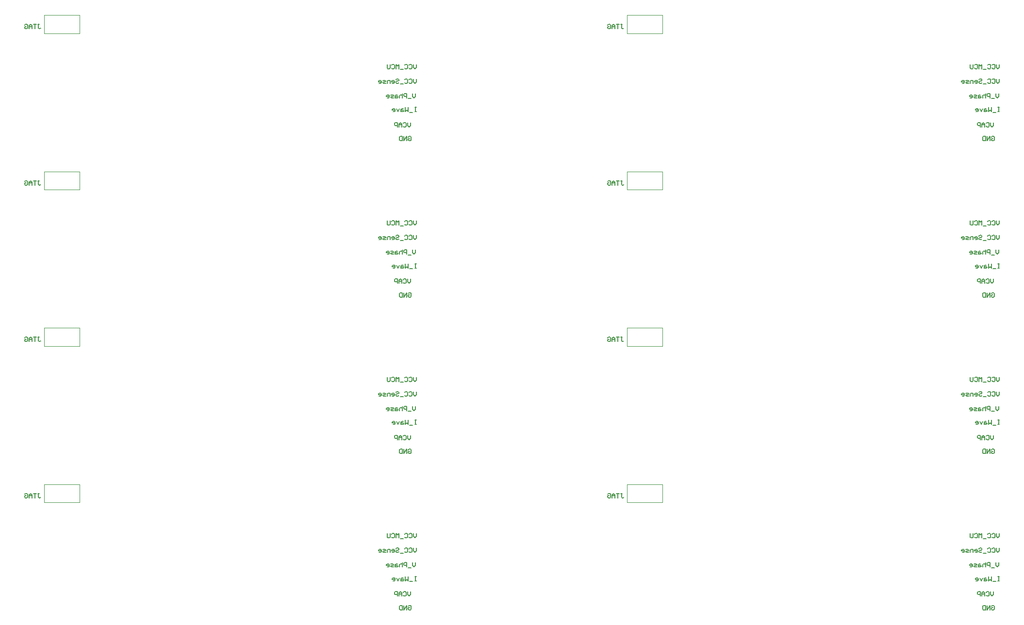
<source format=gbo>
G04 Layer_Color=32896*
%FSLAX24Y24*%
%MOIN*%
G70*
G01*
G75*
%ADD79C,0.0050*%
%ADD82C,0.0039*%
D79*
X42824Y14774D02*
Y14574D01*
X42724Y14474D01*
X42624Y14574D01*
Y14774D01*
X42324Y14724D02*
X42374Y14774D01*
X42474D01*
X42524Y14724D01*
Y14524D01*
X42474Y14474D01*
X42374D01*
X42324Y14524D01*
X42024Y14724D02*
X42074Y14774D01*
X42174D01*
X42224Y14724D01*
Y14524D01*
X42174Y14474D01*
X42074D01*
X42024Y14524D01*
X41924Y14424D02*
X41725D01*
X41625Y14474D02*
Y14774D01*
X41525Y14674D01*
X41425Y14774D01*
Y14474D01*
X41125Y14724D02*
X41175Y14774D01*
X41275D01*
X41325Y14724D01*
Y14524D01*
X41275Y14474D01*
X41175D01*
X41125Y14524D01*
X41025Y14774D02*
Y14524D01*
X40975Y14474D01*
X40875D01*
X40825Y14524D01*
Y14774D01*
X42824Y13774D02*
Y13574D01*
X42724Y13474D01*
X42624Y13574D01*
Y13774D01*
X42324Y13724D02*
X42374Y13774D01*
X42474D01*
X42524Y13724D01*
Y13524D01*
X42474Y13474D01*
X42374D01*
X42324Y13524D01*
X42024Y13724D02*
X42074Y13774D01*
X42174D01*
X42224Y13724D01*
Y13524D01*
X42174Y13474D01*
X42074D01*
X42024Y13524D01*
X41924Y13424D02*
X41725D01*
X41425Y13724D02*
X41475Y13774D01*
X41575D01*
X41625Y13724D01*
Y13674D01*
X41575Y13624D01*
X41475D01*
X41425Y13574D01*
Y13524D01*
X41475Y13474D01*
X41575D01*
X41625Y13524D01*
X41175Y13474D02*
X41275D01*
X41325Y13524D01*
Y13624D01*
X41275Y13674D01*
X41175D01*
X41125Y13624D01*
Y13574D01*
X41325D01*
X41025Y13474D02*
Y13674D01*
X40875D01*
X40825Y13624D01*
Y13474D01*
X40725D02*
X40575D01*
X40525Y13524D01*
X40575Y13574D01*
X40675D01*
X40725Y13624D01*
X40675Y13674D01*
X40525D01*
X40275Y13474D02*
X40375D01*
X40425Y13524D01*
Y13624D01*
X40375Y13674D01*
X40275D01*
X40225Y13624D01*
Y13574D01*
X40425D01*
X42774Y12774D02*
Y12574D01*
X42674Y12474D01*
X42574Y12574D01*
Y12774D01*
X42474Y12424D02*
X42274D01*
X42174Y12474D02*
Y12774D01*
X42024D01*
X41974Y12724D01*
Y12624D01*
X42024Y12574D01*
X42174D01*
X41874Y12774D02*
Y12474D01*
Y12624D01*
X41824Y12674D01*
X41725D01*
X41675Y12624D01*
Y12474D01*
X41525Y12674D02*
X41425D01*
X41375Y12624D01*
Y12474D01*
X41525D01*
X41575Y12524D01*
X41525Y12574D01*
X41375D01*
X41275Y12474D02*
X41125D01*
X41075Y12524D01*
X41125Y12574D01*
X41225D01*
X41275Y12624D01*
X41225Y12674D01*
X41075D01*
X40825Y12474D02*
X40925D01*
X40975Y12524D01*
Y12624D01*
X40925Y12674D01*
X40825D01*
X40775Y12624D01*
Y12574D01*
X40975D01*
X42824Y11824D02*
X42724D01*
X42774D01*
Y11524D01*
X42824D01*
X42724D01*
X42574Y11474D02*
X42374D01*
X42274Y11824D02*
Y11524D01*
X42174Y11624D01*
X42074Y11524D01*
Y11824D01*
X41924Y11724D02*
X41824D01*
X41775Y11674D01*
Y11524D01*
X41924D01*
X41974Y11574D01*
X41924Y11624D01*
X41775D01*
X41675Y11724D02*
X41575Y11524D01*
X41475Y11724D01*
X41225Y11524D02*
X41325D01*
X41375Y11574D01*
Y11674D01*
X41325Y11724D01*
X41225D01*
X41175Y11674D01*
Y11624D01*
X41375D01*
X42424Y10774D02*
Y10574D01*
X42324Y10474D01*
X42224Y10574D01*
Y10774D01*
X41924Y10724D02*
X41974Y10774D01*
X42074D01*
X42124Y10724D01*
Y10524D01*
X42074Y10474D01*
X41974D01*
X41924Y10524D01*
X41824Y10474D02*
Y10674D01*
X41724Y10774D01*
X41624Y10674D01*
Y10474D01*
Y10624D01*
X41824D01*
X41524Y10474D02*
Y10774D01*
X41375D01*
X41325Y10724D01*
Y10624D01*
X41375Y10574D01*
X41524D01*
X42274Y9774D02*
X42324Y9824D01*
X42424D01*
X42474Y9774D01*
Y9574D01*
X42424Y9524D01*
X42324D01*
X42274Y9574D01*
Y9674D01*
X42374D01*
X42174Y9524D02*
Y9824D01*
X41974Y9524D01*
Y9824D01*
X41874D02*
Y9524D01*
X41724D01*
X41674Y9574D01*
Y9774D01*
X41724Y9824D01*
X41874D01*
X16824Y17524D02*
X16924D01*
X16874D01*
Y17274D01*
X16924Y17224D01*
X16974D01*
X17024Y17274D01*
X16724Y17524D02*
X16524D01*
X16624D01*
Y17224D01*
X16424D02*
Y17424D01*
X16324Y17524D01*
X16224Y17424D01*
Y17224D01*
Y17374D01*
X16424D01*
X15925Y17474D02*
X15975Y17524D01*
X16074D01*
X16124Y17474D01*
Y17274D01*
X16074Y17224D01*
X15975D01*
X15925Y17274D01*
Y17374D01*
X16024D01*
X82861Y14774D02*
Y14574D01*
X82762Y14474D01*
X82662Y14574D01*
Y14774D01*
X82362Y14724D02*
X82412Y14774D01*
X82512D01*
X82562Y14724D01*
Y14524D01*
X82512Y14474D01*
X82412D01*
X82362Y14524D01*
X82062Y14724D02*
X82112Y14774D01*
X82212D01*
X82262Y14724D01*
Y14524D01*
X82212Y14474D01*
X82112D01*
X82062Y14524D01*
X81962Y14424D02*
X81762D01*
X81662Y14474D02*
Y14774D01*
X81562Y14674D01*
X81462Y14774D01*
Y14474D01*
X81162Y14724D02*
X81212Y14774D01*
X81312D01*
X81362Y14724D01*
Y14524D01*
X81312Y14474D01*
X81212D01*
X81162Y14524D01*
X81062Y14774D02*
Y14524D01*
X81012Y14474D01*
X80912D01*
X80862Y14524D01*
Y14774D01*
X82861Y13774D02*
Y13574D01*
X82762Y13474D01*
X82662Y13574D01*
Y13774D01*
X82362Y13724D02*
X82412Y13774D01*
X82512D01*
X82562Y13724D01*
Y13524D01*
X82512Y13474D01*
X82412D01*
X82362Y13524D01*
X82062Y13724D02*
X82112Y13774D01*
X82212D01*
X82262Y13724D01*
Y13524D01*
X82212Y13474D01*
X82112D01*
X82062Y13524D01*
X81962Y13424D02*
X81762D01*
X81462Y13724D02*
X81512Y13774D01*
X81612D01*
X81662Y13724D01*
Y13674D01*
X81612Y13624D01*
X81512D01*
X81462Y13574D01*
Y13524D01*
X81512Y13474D01*
X81612D01*
X81662Y13524D01*
X81212Y13474D02*
X81312D01*
X81362Y13524D01*
Y13624D01*
X81312Y13674D01*
X81212D01*
X81162Y13624D01*
Y13574D01*
X81362D01*
X81062Y13474D02*
Y13674D01*
X80912D01*
X80862Y13624D01*
Y13474D01*
X80762D02*
X80612D01*
X80562Y13524D01*
X80612Y13574D01*
X80712D01*
X80762Y13624D01*
X80712Y13674D01*
X80562D01*
X80312Y13474D02*
X80412D01*
X80462Y13524D01*
Y13624D01*
X80412Y13674D01*
X80312D01*
X80262Y13624D01*
Y13574D01*
X80462D01*
X82811Y12774D02*
Y12574D01*
X82712Y12474D01*
X82612Y12574D01*
Y12774D01*
X82512Y12424D02*
X82312D01*
X82212Y12474D02*
Y12774D01*
X82062D01*
X82012Y12724D01*
Y12624D01*
X82062Y12574D01*
X82212D01*
X81912Y12774D02*
Y12474D01*
Y12624D01*
X81862Y12674D01*
X81762D01*
X81712Y12624D01*
Y12474D01*
X81562Y12674D02*
X81462D01*
X81412Y12624D01*
Y12474D01*
X81562D01*
X81612Y12524D01*
X81562Y12574D01*
X81412D01*
X81312Y12474D02*
X81162D01*
X81112Y12524D01*
X81162Y12574D01*
X81262D01*
X81312Y12624D01*
X81262Y12674D01*
X81112D01*
X80862Y12474D02*
X80962D01*
X81012Y12524D01*
Y12624D01*
X80962Y12674D01*
X80862D01*
X80812Y12624D01*
Y12574D01*
X81012D01*
X82861Y11824D02*
X82762D01*
X82811D01*
Y11524D01*
X82861D01*
X82762D01*
X82612Y11474D02*
X82412D01*
X82312Y11824D02*
Y11524D01*
X82212Y11624D01*
X82112Y11524D01*
Y11824D01*
X81962Y11724D02*
X81862D01*
X81812Y11674D01*
Y11524D01*
X81962D01*
X82012Y11574D01*
X81962Y11624D01*
X81812D01*
X81712Y11724D02*
X81612Y11524D01*
X81512Y11724D01*
X81262Y11524D02*
X81362D01*
X81412Y11574D01*
Y11674D01*
X81362Y11724D01*
X81262D01*
X81212Y11674D01*
Y11624D01*
X81412D01*
X82461Y10774D02*
Y10574D01*
X82362Y10474D01*
X82262Y10574D01*
Y10774D01*
X81962Y10724D02*
X82012Y10774D01*
X82112D01*
X82162Y10724D01*
Y10524D01*
X82112Y10474D01*
X82012D01*
X81962Y10524D01*
X81862Y10474D02*
Y10674D01*
X81762Y10774D01*
X81662Y10674D01*
Y10474D01*
Y10624D01*
X81862D01*
X81562Y10474D02*
Y10774D01*
X81412D01*
X81362Y10724D01*
Y10624D01*
X81412Y10574D01*
X81562D01*
X82312Y9774D02*
X82362Y9824D01*
X82461D01*
X82511Y9774D01*
Y9574D01*
X82461Y9524D01*
X82362D01*
X82312Y9574D01*
Y9674D01*
X82412D01*
X82212Y9524D02*
Y9824D01*
X82012Y9524D01*
Y9824D01*
X81912D02*
Y9524D01*
X81762D01*
X81712Y9574D01*
Y9774D01*
X81762Y9824D01*
X81912D01*
X56862Y17524D02*
X56962D01*
X56912D01*
Y17274D01*
X56962Y17224D01*
X57011D01*
X57061Y17274D01*
X56762Y17524D02*
X56562D01*
X56662D01*
Y17224D01*
X56462D02*
Y17424D01*
X56362Y17524D01*
X56262Y17424D01*
Y17224D01*
Y17374D01*
X56462D01*
X55962Y17474D02*
X56012Y17524D01*
X56112D01*
X56162Y17474D01*
Y17274D01*
X56112Y17224D01*
X56012D01*
X55962Y17274D01*
Y17374D01*
X56062D01*
X42824Y25524D02*
Y25324D01*
X42724Y25224D01*
X42624Y25324D01*
Y25524D01*
X42324Y25474D02*
X42374Y25524D01*
X42474D01*
X42524Y25474D01*
Y25274D01*
X42474Y25224D01*
X42374D01*
X42324Y25274D01*
X42024Y25474D02*
X42074Y25524D01*
X42174D01*
X42224Y25474D01*
Y25274D01*
X42174Y25224D01*
X42074D01*
X42024Y25274D01*
X41924Y25174D02*
X41725D01*
X41625Y25224D02*
Y25524D01*
X41525Y25424D01*
X41425Y25524D01*
Y25224D01*
X41125Y25474D02*
X41175Y25524D01*
X41275D01*
X41325Y25474D01*
Y25274D01*
X41275Y25224D01*
X41175D01*
X41125Y25274D01*
X41025Y25524D02*
Y25274D01*
X40975Y25224D01*
X40875D01*
X40825Y25274D01*
Y25524D01*
X42824Y24524D02*
Y24324D01*
X42724Y24224D01*
X42624Y24324D01*
Y24524D01*
X42324Y24474D02*
X42374Y24524D01*
X42474D01*
X42524Y24474D01*
Y24274D01*
X42474Y24224D01*
X42374D01*
X42324Y24274D01*
X42024Y24474D02*
X42074Y24524D01*
X42174D01*
X42224Y24474D01*
Y24274D01*
X42174Y24224D01*
X42074D01*
X42024Y24274D01*
X41924Y24174D02*
X41725D01*
X41425Y24474D02*
X41475Y24524D01*
X41575D01*
X41625Y24474D01*
Y24424D01*
X41575Y24374D01*
X41475D01*
X41425Y24324D01*
Y24274D01*
X41475Y24224D01*
X41575D01*
X41625Y24274D01*
X41175Y24224D02*
X41275D01*
X41325Y24274D01*
Y24374D01*
X41275Y24424D01*
X41175D01*
X41125Y24374D01*
Y24324D01*
X41325D01*
X41025Y24224D02*
Y24424D01*
X40875D01*
X40825Y24374D01*
Y24224D01*
X40725D02*
X40575D01*
X40525Y24274D01*
X40575Y24324D01*
X40675D01*
X40725Y24374D01*
X40675Y24424D01*
X40525D01*
X40275Y24224D02*
X40375D01*
X40425Y24274D01*
Y24374D01*
X40375Y24424D01*
X40275D01*
X40225Y24374D01*
Y24324D01*
X40425D01*
X42774Y23524D02*
Y23324D01*
X42674Y23224D01*
X42574Y23324D01*
Y23524D01*
X42474Y23174D02*
X42274D01*
X42174Y23224D02*
Y23524D01*
X42024D01*
X41974Y23474D01*
Y23374D01*
X42024Y23324D01*
X42174D01*
X41874Y23524D02*
Y23224D01*
Y23374D01*
X41824Y23424D01*
X41725D01*
X41675Y23374D01*
Y23224D01*
X41525Y23424D02*
X41425D01*
X41375Y23374D01*
Y23224D01*
X41525D01*
X41575Y23274D01*
X41525Y23324D01*
X41375D01*
X41275Y23224D02*
X41125D01*
X41075Y23274D01*
X41125Y23324D01*
X41225D01*
X41275Y23374D01*
X41225Y23424D01*
X41075D01*
X40825Y23224D02*
X40925D01*
X40975Y23274D01*
Y23374D01*
X40925Y23424D01*
X40825D01*
X40775Y23374D01*
Y23324D01*
X40975D01*
X42824Y22574D02*
X42724D01*
X42774D01*
Y22274D01*
X42824D01*
X42724D01*
X42574Y22224D02*
X42374D01*
X42274Y22574D02*
Y22274D01*
X42174Y22374D01*
X42074Y22274D01*
Y22574D01*
X41924Y22474D02*
X41824D01*
X41775Y22424D01*
Y22274D01*
X41924D01*
X41974Y22324D01*
X41924Y22374D01*
X41775D01*
X41675Y22474D02*
X41575Y22274D01*
X41475Y22474D01*
X41225Y22274D02*
X41325D01*
X41375Y22324D01*
Y22424D01*
X41325Y22474D01*
X41225D01*
X41175Y22424D01*
Y22374D01*
X41375D01*
X42424Y21524D02*
Y21324D01*
X42324Y21224D01*
X42224Y21324D01*
Y21524D01*
X41924Y21474D02*
X41974Y21524D01*
X42074D01*
X42124Y21474D01*
Y21274D01*
X42074Y21224D01*
X41974D01*
X41924Y21274D01*
X41824Y21224D02*
Y21424D01*
X41724Y21524D01*
X41624Y21424D01*
Y21224D01*
Y21374D01*
X41824D01*
X41524Y21224D02*
Y21524D01*
X41375D01*
X41325Y21474D01*
Y21374D01*
X41375Y21324D01*
X41524D01*
X42274Y20524D02*
X42324Y20574D01*
X42424D01*
X42474Y20524D01*
Y20324D01*
X42424Y20274D01*
X42324D01*
X42274Y20324D01*
Y20424D01*
X42374D01*
X42174Y20274D02*
Y20574D01*
X41974Y20274D01*
Y20574D01*
X41874D02*
Y20274D01*
X41724D01*
X41674Y20324D01*
Y20524D01*
X41724Y20574D01*
X41874D01*
X16824Y28274D02*
X16924D01*
X16874D01*
Y28024D01*
X16924Y27974D01*
X16974D01*
X17024Y28024D01*
X16724Y28274D02*
X16524D01*
X16624D01*
Y27974D01*
X16424D02*
Y28174D01*
X16324Y28274D01*
X16224Y28174D01*
Y27974D01*
Y28124D01*
X16424D01*
X15925Y28224D02*
X15975Y28274D01*
X16074D01*
X16124Y28224D01*
Y28024D01*
X16074Y27974D01*
X15975D01*
X15925Y28024D01*
Y28124D01*
X16024D01*
X82861Y25524D02*
Y25324D01*
X82762Y25224D01*
X82662Y25324D01*
Y25524D01*
X82362Y25474D02*
X82412Y25524D01*
X82512D01*
X82562Y25474D01*
Y25274D01*
X82512Y25224D01*
X82412D01*
X82362Y25274D01*
X82062Y25474D02*
X82112Y25524D01*
X82212D01*
X82262Y25474D01*
Y25274D01*
X82212Y25224D01*
X82112D01*
X82062Y25274D01*
X81962Y25174D02*
X81762D01*
X81662Y25224D02*
Y25524D01*
X81562Y25424D01*
X81462Y25524D01*
Y25224D01*
X81162Y25474D02*
X81212Y25524D01*
X81312D01*
X81362Y25474D01*
Y25274D01*
X81312Y25224D01*
X81212D01*
X81162Y25274D01*
X81062Y25524D02*
Y25274D01*
X81012Y25224D01*
X80912D01*
X80862Y25274D01*
Y25524D01*
X82861Y24524D02*
Y24324D01*
X82762Y24224D01*
X82662Y24324D01*
Y24524D01*
X82362Y24474D02*
X82412Y24524D01*
X82512D01*
X82562Y24474D01*
Y24274D01*
X82512Y24224D01*
X82412D01*
X82362Y24274D01*
X82062Y24474D02*
X82112Y24524D01*
X82212D01*
X82262Y24474D01*
Y24274D01*
X82212Y24224D01*
X82112D01*
X82062Y24274D01*
X81962Y24174D02*
X81762D01*
X81462Y24474D02*
X81512Y24524D01*
X81612D01*
X81662Y24474D01*
Y24424D01*
X81612Y24374D01*
X81512D01*
X81462Y24324D01*
Y24274D01*
X81512Y24224D01*
X81612D01*
X81662Y24274D01*
X81212Y24224D02*
X81312D01*
X81362Y24274D01*
Y24374D01*
X81312Y24424D01*
X81212D01*
X81162Y24374D01*
Y24324D01*
X81362D01*
X81062Y24224D02*
Y24424D01*
X80912D01*
X80862Y24374D01*
Y24224D01*
X80762D02*
X80612D01*
X80562Y24274D01*
X80612Y24324D01*
X80712D01*
X80762Y24374D01*
X80712Y24424D01*
X80562D01*
X80312Y24224D02*
X80412D01*
X80462Y24274D01*
Y24374D01*
X80412Y24424D01*
X80312D01*
X80262Y24374D01*
Y24324D01*
X80462D01*
X82811Y23524D02*
Y23324D01*
X82712Y23224D01*
X82612Y23324D01*
Y23524D01*
X82512Y23174D02*
X82312D01*
X82212Y23224D02*
Y23524D01*
X82062D01*
X82012Y23474D01*
Y23374D01*
X82062Y23324D01*
X82212D01*
X81912Y23524D02*
Y23224D01*
Y23374D01*
X81862Y23424D01*
X81762D01*
X81712Y23374D01*
Y23224D01*
X81562Y23424D02*
X81462D01*
X81412Y23374D01*
Y23224D01*
X81562D01*
X81612Y23274D01*
X81562Y23324D01*
X81412D01*
X81312Y23224D02*
X81162D01*
X81112Y23274D01*
X81162Y23324D01*
X81262D01*
X81312Y23374D01*
X81262Y23424D01*
X81112D01*
X80862Y23224D02*
X80962D01*
X81012Y23274D01*
Y23374D01*
X80962Y23424D01*
X80862D01*
X80812Y23374D01*
Y23324D01*
X81012D01*
X82861Y22574D02*
X82762D01*
X82811D01*
Y22274D01*
X82861D01*
X82762D01*
X82612Y22224D02*
X82412D01*
X82312Y22574D02*
Y22274D01*
X82212Y22374D01*
X82112Y22274D01*
Y22574D01*
X81962Y22474D02*
X81862D01*
X81812Y22424D01*
Y22274D01*
X81962D01*
X82012Y22324D01*
X81962Y22374D01*
X81812D01*
X81712Y22474D02*
X81612Y22274D01*
X81512Y22474D01*
X81262Y22274D02*
X81362D01*
X81412Y22324D01*
Y22424D01*
X81362Y22474D01*
X81262D01*
X81212Y22424D01*
Y22374D01*
X81412D01*
X82461Y21524D02*
Y21324D01*
X82362Y21224D01*
X82262Y21324D01*
Y21524D01*
X81962Y21474D02*
X82012Y21524D01*
X82112D01*
X82162Y21474D01*
Y21274D01*
X82112Y21224D01*
X82012D01*
X81962Y21274D01*
X81862Y21224D02*
Y21424D01*
X81762Y21524D01*
X81662Y21424D01*
Y21224D01*
Y21374D01*
X81862D01*
X81562Y21224D02*
Y21524D01*
X81412D01*
X81362Y21474D01*
Y21374D01*
X81412Y21324D01*
X81562D01*
X82312Y20524D02*
X82362Y20574D01*
X82461D01*
X82511Y20524D01*
Y20324D01*
X82461Y20274D01*
X82362D01*
X82312Y20324D01*
Y20424D01*
X82412D01*
X82212Y20274D02*
Y20574D01*
X82012Y20274D01*
Y20574D01*
X81912D02*
Y20274D01*
X81762D01*
X81712Y20324D01*
Y20524D01*
X81762Y20574D01*
X81912D01*
X56862Y28274D02*
X56962D01*
X56912D01*
Y28024D01*
X56962Y27974D01*
X57011D01*
X57061Y28024D01*
X56762Y28274D02*
X56562D01*
X56662D01*
Y27974D01*
X56462D02*
Y28174D01*
X56362Y28274D01*
X56262Y28174D01*
Y27974D01*
Y28124D01*
X56462D01*
X55962Y28224D02*
X56012Y28274D01*
X56112D01*
X56162Y28224D01*
Y28024D01*
X56112Y27974D01*
X56012D01*
X55962Y28024D01*
Y28124D01*
X56062D01*
X42824Y36275D02*
Y36075D01*
X42724Y35975D01*
X42624Y36075D01*
Y36275D01*
X42324Y36225D02*
X42374Y36275D01*
X42474D01*
X42524Y36225D01*
Y36025D01*
X42474Y35975D01*
X42374D01*
X42324Y36025D01*
X42024Y36225D02*
X42074Y36275D01*
X42174D01*
X42224Y36225D01*
Y36025D01*
X42174Y35975D01*
X42074D01*
X42024Y36025D01*
X41924Y35925D02*
X41725D01*
X41625Y35975D02*
Y36275D01*
X41525Y36175D01*
X41425Y36275D01*
Y35975D01*
X41125Y36225D02*
X41175Y36275D01*
X41275D01*
X41325Y36225D01*
Y36025D01*
X41275Y35975D01*
X41175D01*
X41125Y36025D01*
X41025Y36275D02*
Y36025D01*
X40975Y35975D01*
X40875D01*
X40825Y36025D01*
Y36275D01*
X42824Y35275D02*
Y35075D01*
X42724Y34975D01*
X42624Y35075D01*
Y35275D01*
X42324Y35225D02*
X42374Y35275D01*
X42474D01*
X42524Y35225D01*
Y35025D01*
X42474Y34975D01*
X42374D01*
X42324Y35025D01*
X42024Y35225D02*
X42074Y35275D01*
X42174D01*
X42224Y35225D01*
Y35025D01*
X42174Y34975D01*
X42074D01*
X42024Y35025D01*
X41924Y34925D02*
X41725D01*
X41425Y35225D02*
X41475Y35275D01*
X41575D01*
X41625Y35225D01*
Y35175D01*
X41575Y35125D01*
X41475D01*
X41425Y35075D01*
Y35025D01*
X41475Y34975D01*
X41575D01*
X41625Y35025D01*
X41175Y34975D02*
X41275D01*
X41325Y35025D01*
Y35125D01*
X41275Y35175D01*
X41175D01*
X41125Y35125D01*
Y35075D01*
X41325D01*
X41025Y34975D02*
Y35175D01*
X40875D01*
X40825Y35125D01*
Y34975D01*
X40725D02*
X40575D01*
X40525Y35025D01*
X40575Y35075D01*
X40675D01*
X40725Y35125D01*
X40675Y35175D01*
X40525D01*
X40275Y34975D02*
X40375D01*
X40425Y35025D01*
Y35125D01*
X40375Y35175D01*
X40275D01*
X40225Y35125D01*
Y35075D01*
X40425D01*
X42774Y34275D02*
Y34075D01*
X42674Y33975D01*
X42574Y34075D01*
Y34275D01*
X42474Y33925D02*
X42274D01*
X42174Y33975D02*
Y34275D01*
X42024D01*
X41974Y34225D01*
Y34125D01*
X42024Y34075D01*
X42174D01*
X41874Y34275D02*
Y33975D01*
Y34125D01*
X41824Y34175D01*
X41725D01*
X41675Y34125D01*
Y33975D01*
X41525Y34175D02*
X41425D01*
X41375Y34125D01*
Y33975D01*
X41525D01*
X41575Y34025D01*
X41525Y34075D01*
X41375D01*
X41275Y33975D02*
X41125D01*
X41075Y34025D01*
X41125Y34075D01*
X41225D01*
X41275Y34125D01*
X41225Y34175D01*
X41075D01*
X40825Y33975D02*
X40925D01*
X40975Y34025D01*
Y34125D01*
X40925Y34175D01*
X40825D01*
X40775Y34125D01*
Y34075D01*
X40975D01*
X42824Y33325D02*
X42724D01*
X42774D01*
Y33025D01*
X42824D01*
X42724D01*
X42574Y32975D02*
X42374D01*
X42274Y33325D02*
Y33025D01*
X42174Y33125D01*
X42074Y33025D01*
Y33325D01*
X41924Y33225D02*
X41824D01*
X41775Y33175D01*
Y33025D01*
X41924D01*
X41974Y33075D01*
X41924Y33125D01*
X41775D01*
X41675Y33225D02*
X41575Y33025D01*
X41475Y33225D01*
X41225Y33025D02*
X41325D01*
X41375Y33075D01*
Y33175D01*
X41325Y33225D01*
X41225D01*
X41175Y33175D01*
Y33125D01*
X41375D01*
X42424Y32275D02*
Y32075D01*
X42324Y31975D01*
X42224Y32075D01*
Y32275D01*
X41924Y32225D02*
X41974Y32275D01*
X42074D01*
X42124Y32225D01*
Y32025D01*
X42074Y31975D01*
X41974D01*
X41924Y32025D01*
X41824Y31975D02*
Y32175D01*
X41724Y32275D01*
X41624Y32175D01*
Y31975D01*
Y32125D01*
X41824D01*
X41524Y31975D02*
Y32275D01*
X41375D01*
X41325Y32225D01*
Y32125D01*
X41375Y32075D01*
X41524D01*
X42274Y31275D02*
X42324Y31325D01*
X42424D01*
X42474Y31275D01*
Y31075D01*
X42424Y31025D01*
X42324D01*
X42274Y31075D01*
Y31175D01*
X42374D01*
X42174Y31025D02*
Y31325D01*
X41974Y31025D01*
Y31325D01*
X41874D02*
Y31025D01*
X41724D01*
X41674Y31075D01*
Y31275D01*
X41724Y31325D01*
X41874D01*
X16824Y39025D02*
X16924D01*
X16874D01*
Y38775D01*
X16924Y38725D01*
X16974D01*
X17024Y38775D01*
X16724Y39025D02*
X16524D01*
X16624D01*
Y38725D01*
X16424D02*
Y38925D01*
X16324Y39025D01*
X16224Y38925D01*
Y38725D01*
Y38875D01*
X16424D01*
X15925Y38975D02*
X15975Y39025D01*
X16074D01*
X16124Y38975D01*
Y38775D01*
X16074Y38725D01*
X15975D01*
X15925Y38775D01*
Y38875D01*
X16024D01*
X82861Y36275D02*
Y36075D01*
X82762Y35975D01*
X82662Y36075D01*
Y36275D01*
X82362Y36225D02*
X82412Y36275D01*
X82512D01*
X82562Y36225D01*
Y36025D01*
X82512Y35975D01*
X82412D01*
X82362Y36025D01*
X82062Y36225D02*
X82112Y36275D01*
X82212D01*
X82262Y36225D01*
Y36025D01*
X82212Y35975D01*
X82112D01*
X82062Y36025D01*
X81962Y35925D02*
X81762D01*
X81662Y35975D02*
Y36275D01*
X81562Y36175D01*
X81462Y36275D01*
Y35975D01*
X81162Y36225D02*
X81212Y36275D01*
X81312D01*
X81362Y36225D01*
Y36025D01*
X81312Y35975D01*
X81212D01*
X81162Y36025D01*
X81062Y36275D02*
Y36025D01*
X81012Y35975D01*
X80912D01*
X80862Y36025D01*
Y36275D01*
X82861Y35275D02*
Y35075D01*
X82762Y34975D01*
X82662Y35075D01*
Y35275D01*
X82362Y35225D02*
X82412Y35275D01*
X82512D01*
X82562Y35225D01*
Y35025D01*
X82512Y34975D01*
X82412D01*
X82362Y35025D01*
X82062Y35225D02*
X82112Y35275D01*
X82212D01*
X82262Y35225D01*
Y35025D01*
X82212Y34975D01*
X82112D01*
X82062Y35025D01*
X81962Y34925D02*
X81762D01*
X81462Y35225D02*
X81512Y35275D01*
X81612D01*
X81662Y35225D01*
Y35175D01*
X81612Y35125D01*
X81512D01*
X81462Y35075D01*
Y35025D01*
X81512Y34975D01*
X81612D01*
X81662Y35025D01*
X81212Y34975D02*
X81312D01*
X81362Y35025D01*
Y35125D01*
X81312Y35175D01*
X81212D01*
X81162Y35125D01*
Y35075D01*
X81362D01*
X81062Y34975D02*
Y35175D01*
X80912D01*
X80862Y35125D01*
Y34975D01*
X80762D02*
X80612D01*
X80562Y35025D01*
X80612Y35075D01*
X80712D01*
X80762Y35125D01*
X80712Y35175D01*
X80562D01*
X80312Y34975D02*
X80412D01*
X80462Y35025D01*
Y35125D01*
X80412Y35175D01*
X80312D01*
X80262Y35125D01*
Y35075D01*
X80462D01*
X82811Y34275D02*
Y34075D01*
X82712Y33975D01*
X82612Y34075D01*
Y34275D01*
X82512Y33925D02*
X82312D01*
X82212Y33975D02*
Y34275D01*
X82062D01*
X82012Y34225D01*
Y34125D01*
X82062Y34075D01*
X82212D01*
X81912Y34275D02*
Y33975D01*
Y34125D01*
X81862Y34175D01*
X81762D01*
X81712Y34125D01*
Y33975D01*
X81562Y34175D02*
X81462D01*
X81412Y34125D01*
Y33975D01*
X81562D01*
X81612Y34025D01*
X81562Y34075D01*
X81412D01*
X81312Y33975D02*
X81162D01*
X81112Y34025D01*
X81162Y34075D01*
X81262D01*
X81312Y34125D01*
X81262Y34175D01*
X81112D01*
X80862Y33975D02*
X80962D01*
X81012Y34025D01*
Y34125D01*
X80962Y34175D01*
X80862D01*
X80812Y34125D01*
Y34075D01*
X81012D01*
X82861Y33325D02*
X82762D01*
X82811D01*
Y33025D01*
X82861D01*
X82762D01*
X82612Y32975D02*
X82412D01*
X82312Y33325D02*
Y33025D01*
X82212Y33125D01*
X82112Y33025D01*
Y33325D01*
X81962Y33225D02*
X81862D01*
X81812Y33175D01*
Y33025D01*
X81962D01*
X82012Y33075D01*
X81962Y33125D01*
X81812D01*
X81712Y33225D02*
X81612Y33025D01*
X81512Y33225D01*
X81262Y33025D02*
X81362D01*
X81412Y33075D01*
Y33175D01*
X81362Y33225D01*
X81262D01*
X81212Y33175D01*
Y33125D01*
X81412D01*
X82461Y32275D02*
Y32075D01*
X82362Y31975D01*
X82262Y32075D01*
Y32275D01*
X81962Y32225D02*
X82012Y32275D01*
X82112D01*
X82162Y32225D01*
Y32025D01*
X82112Y31975D01*
X82012D01*
X81962Y32025D01*
X81862Y31975D02*
Y32175D01*
X81762Y32275D01*
X81662Y32175D01*
Y31975D01*
Y32125D01*
X81862D01*
X81562Y31975D02*
Y32275D01*
X81412D01*
X81362Y32225D01*
Y32125D01*
X81412Y32075D01*
X81562D01*
X82312Y31275D02*
X82362Y31325D01*
X82461D01*
X82511Y31275D01*
Y31075D01*
X82461Y31025D01*
X82362D01*
X82312Y31075D01*
Y31175D01*
X82412D01*
X82212Y31025D02*
Y31325D01*
X82012Y31025D01*
Y31325D01*
X81912D02*
Y31025D01*
X81762D01*
X81712Y31075D01*
Y31275D01*
X81762Y31325D01*
X81912D01*
X56862Y39025D02*
X56962D01*
X56912D01*
Y38775D01*
X56962Y38725D01*
X57011D01*
X57061Y38775D01*
X56762Y39025D02*
X56562D01*
X56662D01*
Y38725D01*
X56462D02*
Y38925D01*
X56362Y39025D01*
X56262Y38925D01*
Y38725D01*
Y38875D01*
X56462D01*
X55962Y38975D02*
X56012Y39025D01*
X56112D01*
X56162Y38975D01*
Y38775D01*
X56112Y38725D01*
X56012D01*
X55962Y38775D01*
Y38875D01*
X56062D01*
X42824Y47025D02*
Y46825D01*
X42724Y46725D01*
X42624Y46825D01*
Y47025D01*
X42324Y46975D02*
X42374Y47025D01*
X42474D01*
X42524Y46975D01*
Y46775D01*
X42474Y46725D01*
X42374D01*
X42324Y46775D01*
X42024Y46975D02*
X42074Y47025D01*
X42174D01*
X42224Y46975D01*
Y46775D01*
X42174Y46725D01*
X42074D01*
X42024Y46775D01*
X41924Y46675D02*
X41725D01*
X41625Y46725D02*
Y47025D01*
X41525Y46925D01*
X41425Y47025D01*
Y46725D01*
X41125Y46975D02*
X41175Y47025D01*
X41275D01*
X41325Y46975D01*
Y46775D01*
X41275Y46725D01*
X41175D01*
X41125Y46775D01*
X41025Y47025D02*
Y46775D01*
X40975Y46725D01*
X40875D01*
X40825Y46775D01*
Y47025D01*
X42824Y46025D02*
Y45825D01*
X42724Y45725D01*
X42624Y45825D01*
Y46025D01*
X42324Y45975D02*
X42374Y46025D01*
X42474D01*
X42524Y45975D01*
Y45775D01*
X42474Y45725D01*
X42374D01*
X42324Y45775D01*
X42024Y45975D02*
X42074Y46025D01*
X42174D01*
X42224Y45975D01*
Y45775D01*
X42174Y45725D01*
X42074D01*
X42024Y45775D01*
X41924Y45675D02*
X41725D01*
X41425Y45975D02*
X41475Y46025D01*
X41575D01*
X41625Y45975D01*
Y45925D01*
X41575Y45875D01*
X41475D01*
X41425Y45825D01*
Y45775D01*
X41475Y45725D01*
X41575D01*
X41625Y45775D01*
X41175Y45725D02*
X41275D01*
X41325Y45775D01*
Y45875D01*
X41275Y45925D01*
X41175D01*
X41125Y45875D01*
Y45825D01*
X41325D01*
X41025Y45725D02*
Y45925D01*
X40875D01*
X40825Y45875D01*
Y45725D01*
X40725D02*
X40575D01*
X40525Y45775D01*
X40575Y45825D01*
X40675D01*
X40725Y45875D01*
X40675Y45925D01*
X40525D01*
X40275Y45725D02*
X40375D01*
X40425Y45775D01*
Y45875D01*
X40375Y45925D01*
X40275D01*
X40225Y45875D01*
Y45825D01*
X40425D01*
X42774Y45025D02*
Y44825D01*
X42674Y44725D01*
X42574Y44825D01*
Y45025D01*
X42474Y44675D02*
X42274D01*
X42174Y44725D02*
Y45025D01*
X42024D01*
X41974Y44975D01*
Y44875D01*
X42024Y44825D01*
X42174D01*
X41874Y45025D02*
Y44725D01*
Y44875D01*
X41824Y44925D01*
X41725D01*
X41675Y44875D01*
Y44725D01*
X41525Y44925D02*
X41425D01*
X41375Y44875D01*
Y44725D01*
X41525D01*
X41575Y44775D01*
X41525Y44825D01*
X41375D01*
X41275Y44725D02*
X41125D01*
X41075Y44775D01*
X41125Y44825D01*
X41225D01*
X41275Y44875D01*
X41225Y44925D01*
X41075D01*
X40825Y44725D02*
X40925D01*
X40975Y44775D01*
Y44875D01*
X40925Y44925D01*
X40825D01*
X40775Y44875D01*
Y44825D01*
X40975D01*
X42824Y44075D02*
X42724D01*
X42774D01*
Y43775D01*
X42824D01*
X42724D01*
X42574Y43725D02*
X42374D01*
X42274Y44075D02*
Y43775D01*
X42174Y43875D01*
X42074Y43775D01*
Y44075D01*
X41924Y43975D02*
X41824D01*
X41775Y43925D01*
Y43775D01*
X41924D01*
X41974Y43825D01*
X41924Y43875D01*
X41775D01*
X41675Y43975D02*
X41575Y43775D01*
X41475Y43975D01*
X41225Y43775D02*
X41325D01*
X41375Y43825D01*
Y43925D01*
X41325Y43975D01*
X41225D01*
X41175Y43925D01*
Y43875D01*
X41375D01*
X42424Y43025D02*
Y42825D01*
X42324Y42725D01*
X42224Y42825D01*
Y43025D01*
X41924Y42975D02*
X41974Y43025D01*
X42074D01*
X42124Y42975D01*
Y42775D01*
X42074Y42725D01*
X41974D01*
X41924Y42775D01*
X41824Y42725D02*
Y42925D01*
X41724Y43025D01*
X41624Y42925D01*
Y42725D01*
Y42875D01*
X41824D01*
X41524Y42725D02*
Y43025D01*
X41375D01*
X41325Y42975D01*
Y42875D01*
X41375Y42825D01*
X41524D01*
X42274Y42025D02*
X42324Y42075D01*
X42424D01*
X42474Y42025D01*
Y41825D01*
X42424Y41775D01*
X42324D01*
X42274Y41825D01*
Y41925D01*
X42374D01*
X42174Y41775D02*
Y42075D01*
X41974Y41775D01*
Y42075D01*
X41874D02*
Y41775D01*
X41724D01*
X41674Y41825D01*
Y42025D01*
X41724Y42075D01*
X41874D01*
X16824Y49775D02*
X16924D01*
X16874D01*
Y49525D01*
X16924Y49475D01*
X16974D01*
X17024Y49525D01*
X16724Y49775D02*
X16524D01*
X16624D01*
Y49475D01*
X16424D02*
Y49675D01*
X16324Y49775D01*
X16224Y49675D01*
Y49475D01*
Y49625D01*
X16424D01*
X15925Y49725D02*
X15975Y49775D01*
X16074D01*
X16124Y49725D01*
Y49525D01*
X16074Y49475D01*
X15975D01*
X15925Y49525D01*
Y49625D01*
X16024D01*
X82861Y47025D02*
Y46825D01*
X82762Y46725D01*
X82662Y46825D01*
Y47025D01*
X82362Y46975D02*
X82412Y47025D01*
X82512D01*
X82562Y46975D01*
Y46775D01*
X82512Y46725D01*
X82412D01*
X82362Y46775D01*
X82062Y46975D02*
X82112Y47025D01*
X82212D01*
X82262Y46975D01*
Y46775D01*
X82212Y46725D01*
X82112D01*
X82062Y46775D01*
X81962Y46675D02*
X81762D01*
X81662Y46725D02*
Y47025D01*
X81562Y46925D01*
X81462Y47025D01*
Y46725D01*
X81162Y46975D02*
X81212Y47025D01*
X81312D01*
X81362Y46975D01*
Y46775D01*
X81312Y46725D01*
X81212D01*
X81162Y46775D01*
X81062Y47025D02*
Y46775D01*
X81012Y46725D01*
X80912D01*
X80862Y46775D01*
Y47025D01*
X82861Y46025D02*
Y45825D01*
X82762Y45725D01*
X82662Y45825D01*
Y46025D01*
X82362Y45975D02*
X82412Y46025D01*
X82512D01*
X82562Y45975D01*
Y45775D01*
X82512Y45725D01*
X82412D01*
X82362Y45775D01*
X82062Y45975D02*
X82112Y46025D01*
X82212D01*
X82262Y45975D01*
Y45775D01*
X82212Y45725D01*
X82112D01*
X82062Y45775D01*
X81962Y45675D02*
X81762D01*
X81462Y45975D02*
X81512Y46025D01*
X81612D01*
X81662Y45975D01*
Y45925D01*
X81612Y45875D01*
X81512D01*
X81462Y45825D01*
Y45775D01*
X81512Y45725D01*
X81612D01*
X81662Y45775D01*
X81212Y45725D02*
X81312D01*
X81362Y45775D01*
Y45875D01*
X81312Y45925D01*
X81212D01*
X81162Y45875D01*
Y45825D01*
X81362D01*
X81062Y45725D02*
Y45925D01*
X80912D01*
X80862Y45875D01*
Y45725D01*
X80762D02*
X80612D01*
X80562Y45775D01*
X80612Y45825D01*
X80712D01*
X80762Y45875D01*
X80712Y45925D01*
X80562D01*
X80312Y45725D02*
X80412D01*
X80462Y45775D01*
Y45875D01*
X80412Y45925D01*
X80312D01*
X80262Y45875D01*
Y45825D01*
X80462D01*
X82811Y45025D02*
Y44825D01*
X82712Y44725D01*
X82612Y44825D01*
Y45025D01*
X82512Y44675D02*
X82312D01*
X82212Y44725D02*
Y45025D01*
X82062D01*
X82012Y44975D01*
Y44875D01*
X82062Y44825D01*
X82212D01*
X81912Y45025D02*
Y44725D01*
Y44875D01*
X81862Y44925D01*
X81762D01*
X81712Y44875D01*
Y44725D01*
X81562Y44925D02*
X81462D01*
X81412Y44875D01*
Y44725D01*
X81562D01*
X81612Y44775D01*
X81562Y44825D01*
X81412D01*
X81312Y44725D02*
X81162D01*
X81112Y44775D01*
X81162Y44825D01*
X81262D01*
X81312Y44875D01*
X81262Y44925D01*
X81112D01*
X80862Y44725D02*
X80962D01*
X81012Y44775D01*
Y44875D01*
X80962Y44925D01*
X80862D01*
X80812Y44875D01*
Y44825D01*
X81012D01*
X82861Y44075D02*
X82762D01*
X82811D01*
Y43775D01*
X82861D01*
X82762D01*
X82612Y43725D02*
X82412D01*
X82312Y44075D02*
Y43775D01*
X82212Y43875D01*
X82112Y43775D01*
Y44075D01*
X81962Y43975D02*
X81862D01*
X81812Y43925D01*
Y43775D01*
X81962D01*
X82012Y43825D01*
X81962Y43875D01*
X81812D01*
X81712Y43975D02*
X81612Y43775D01*
X81512Y43975D01*
X81262Y43775D02*
X81362D01*
X81412Y43825D01*
Y43925D01*
X81362Y43975D01*
X81262D01*
X81212Y43925D01*
Y43875D01*
X81412D01*
X82461Y43025D02*
Y42825D01*
X82362Y42725D01*
X82262Y42825D01*
Y43025D01*
X81962Y42975D02*
X82012Y43025D01*
X82112D01*
X82162Y42975D01*
Y42775D01*
X82112Y42725D01*
X82012D01*
X81962Y42775D01*
X81862Y42725D02*
Y42925D01*
X81762Y43025D01*
X81662Y42925D01*
Y42725D01*
Y42875D01*
X81862D01*
X81562Y42725D02*
Y43025D01*
X81412D01*
X81362Y42975D01*
Y42875D01*
X81412Y42825D01*
X81562D01*
X82312Y42025D02*
X82362Y42075D01*
X82461D01*
X82511Y42025D01*
Y41825D01*
X82461Y41775D01*
X82362D01*
X82312Y41825D01*
Y41925D01*
X82412D01*
X82212Y41775D02*
Y42075D01*
X82012Y41775D01*
Y42075D01*
X81912D02*
Y41775D01*
X81762D01*
X81712Y41825D01*
Y42025D01*
X81762Y42075D01*
X81912D01*
X56862Y49775D02*
X56962D01*
X56912D01*
Y49525D01*
X56962Y49475D01*
X57011D01*
X57061Y49525D01*
X56762Y49775D02*
X56562D01*
X56662D01*
Y49475D01*
X56462D02*
Y49675D01*
X56362Y49775D01*
X56262Y49675D01*
Y49475D01*
Y49625D01*
X56462D01*
X55962Y49725D02*
X56012Y49775D01*
X56112D01*
X56162Y49725D01*
Y49525D01*
X56112Y49475D01*
X56012D01*
X55962Y49525D01*
Y49625D01*
X56062D01*
D82*
X17254Y18154D02*
X19695D01*
Y16894D02*
Y18154D01*
X17254Y16894D02*
X19695D01*
X17254D02*
Y18154D01*
X57291D02*
X59732D01*
Y16894D02*
Y18154D01*
X57291Y16894D02*
X59732D01*
X57291D02*
Y18154D01*
X17254Y28904D02*
X19695D01*
Y27645D02*
Y28904D01*
X17254Y27645D02*
X19695D01*
X17254D02*
Y28904D01*
X57291D02*
X59732D01*
Y27645D02*
Y28904D01*
X57291Y27645D02*
X59732D01*
X57291D02*
Y28904D01*
X17254Y39655D02*
X19695D01*
Y38395D02*
Y39655D01*
X17254Y38395D02*
X19695D01*
X17254D02*
Y39655D01*
X57291D02*
X59732D01*
Y38395D02*
Y39655D01*
X57291Y38395D02*
X59732D01*
X57291D02*
Y39655D01*
X17254Y50405D02*
X19695D01*
Y49145D02*
Y50405D01*
X17254Y49145D02*
X19695D01*
X17254D02*
Y50405D01*
X57291D02*
X59732D01*
Y49145D02*
Y50405D01*
X57291Y49145D02*
X59732D01*
X57291D02*
Y50405D01*
M02*

</source>
